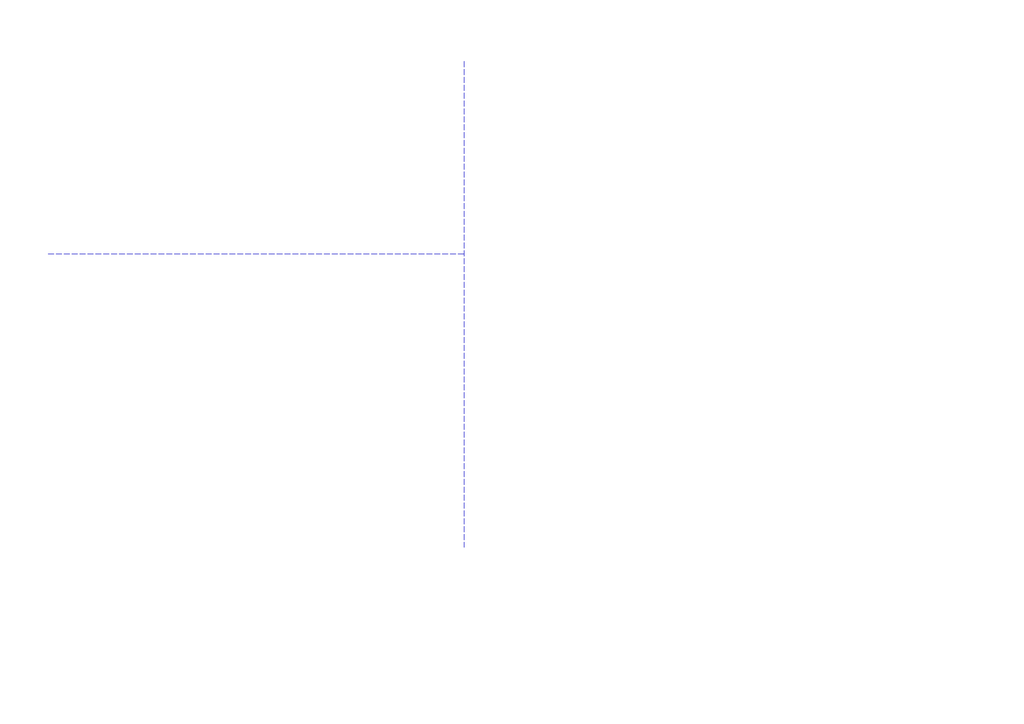
<source format=kicad_sch>
(kicad_sch (version 20211123) (generator eeschema)
  (paper "A4")
  (lib_symbols)
  (polyline (pts (xy 13.97 73.66) (xy 134.62 73.66)))
  (polyline (pts (xy 134.62 17.78) (xy 134.62 158.75)))
)
</source>
